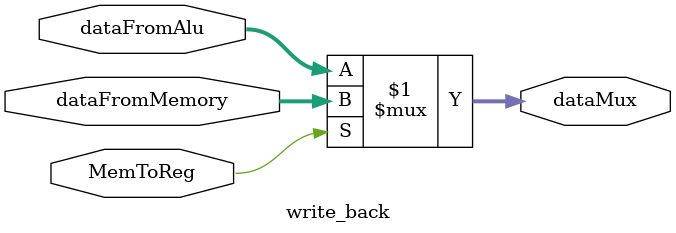
<source format=v>
`timescale 1ns / 1ps
module write_back#(
	parameter data_len = 32
)(
//	input Jump,
	input MemToReg,
//	input [31:0]branchMux,
//	input [31:0]jumpIns,
	input [data_len - 1 : 0]dataFromAlu,
	input [data_len - 1 : 0]dataFromMemory,
	output[data_len - 1 : 0] dataMux
//	output [31:0] jumpMux
    );

assign dataMux = MemToReg ? dataFromMemory : dataFromAlu;

endmodule

</source>
